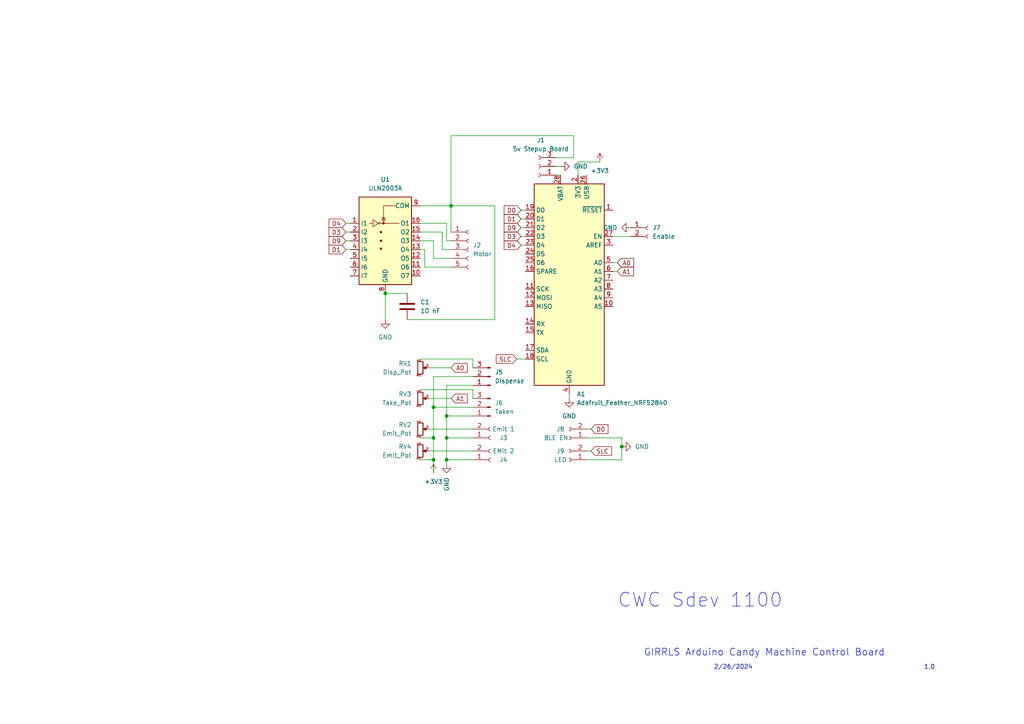
<source format=kicad_sch>
(kicad_sch (version 20230121) (generator eeschema)
  (paper "A4")
  (lib_symbols
    (symbol "Connector:Conn_01x02_Socket" (pin_names (offset 1.016) hide)
      (property "Reference" "J" (at 0 2.54 0))
      (property "Value" "Conn_01x02_Socket" (at 0 -5.08 0))
      (symbol "Conn_01x02_Socket_1_1"
        (arc (start 0 -2.032) (mid -0.5058 -2.54) (end 0 -3.048) (stroke (width 0.1524)))
        (polyline (pts (xy -1.27 -2.54) (xy -0.508 -2.54)) (stroke (width 0.1524)))
        (polyline (pts (xy -1.27 0) (xy -0.508 0)) (stroke (width 0.1524)))
        (arc (start 0 0.508) (mid -0.5058 0) (end 0 -0.508) (stroke (width 0.1524)))
        (pin passive line (at -5.08 0 0) (length 3.81) (name "Pin_1") (number "1"))
        (pin passive line (at -5.08 -2.54 0) (length 3.81) (name "Pin_2") (number "2"))
      )
    )
    (symbol "Connector:Conn_01x03_Pin" (pin_names (offset 1.016) hide)
      (property "Reference" "J" (at 0 5.08 0))
      (property "Value" "Conn_01x03_Pin" (at 0 -5.08 0))
      (symbol "Conn_01x03_Pin_1_1"
        (polyline (pts (xy 1.27 -2.54) (xy 0.8636 -2.54)) (stroke (width 0.1524)))
        (polyline (pts (xy 1.27 0) (xy 0.8636 0)) (stroke (width 0.1524)))
        (polyline (pts (xy 1.27 2.54) (xy 0.8636 2.54)) (stroke (width 0.1524)))
        (rectangle (start 0.8636 -2.413) (end 0 -2.667) (stroke (width 0.1524)) (fill (type outline)))
        (rectangle (start 0.8636 0.127) (end 0 -0.127) (stroke (width 0.1524)) (fill (type outline)))
        (rectangle (start 0.8636 2.667) (end 0 2.413) (stroke (width 0.1524)) (fill (type outline)))
        (pin passive line (at 5.08 2.54 180) (length 3.81) (name "Pin_1") (number "1"))
        (pin passive line (at 5.08 0 180) (length 3.81) (name "Pin_2") (number "2"))
        (pin passive line (at 5.08 -2.54 180) (length 3.81) (name "Pin_3") (number "3"))
      )
    )
    (symbol "Connector:Conn_01x03_Socket" (pin_names (offset 1.016) hide)
      (property "Reference" "J" (at 0 5.08 0))
      (property "Value" "Conn_01x03_Socket" (at 0 -5.08 0))
      (symbol "Conn_01x03_Socket_1_1"
        (arc (start 0 -2.032) (mid -0.5058 -2.54) (end 0 -3.048) (stroke (width 0.1524)))
        (polyline (pts (xy -1.27 -2.54) (xy -0.508 -2.54)) (stroke (width 0.1524)))
        (polyline (pts (xy -1.27 0) (xy -0.508 0)) (stroke (width 0.1524)))
        (polyline (pts (xy -1.27 2.54) (xy -0.508 2.54)) (stroke (width 0.1524)))
        (arc (start 0 0.508) (mid -0.5058 0) (end 0 -0.508) (stroke (width 0.1524)))
        (arc (start 0 3.048) (mid -0.5058 2.54) (end 0 2.032) (stroke (width 0.1524)))
        (pin passive line (at -5.08 2.54 0) (length 3.81) (name "Pin_1") (number "1"))
        (pin passive line (at -5.08 0 0) (length 3.81) (name "Pin_2") (number "2"))
        (pin passive line (at -5.08 -2.54 0) (length 3.81) (name "Pin_3") (number "3"))
      )
    )
    (symbol "Connector:Conn_01x05_Socket" (pin_names (offset 1.016) hide)
      (property "Reference" "J" (at 0 7.62 0))
      (property "Value" "Conn_01x05_Socket" (at 0 -7.62 0))
      (symbol "Conn_01x05_Socket_1_1"
        (arc (start 0 -4.572) (mid -0.5058 -5.08) (end 0 -5.588) (stroke (width 0.1524)))
        (arc (start 0 -2.032) (mid -0.5058 -2.54) (end 0 -3.048) (stroke (width 0.1524)))
        (polyline (pts (xy -1.27 -5.08) (xy -0.508 -5.08)) (stroke (width 0.1524)))
        (polyline (pts (xy -1.27 -2.54) (xy -0.508 -2.54)) (stroke (width 0.1524)))
        (polyline (pts (xy -1.27 0) (xy -0.508 0)) (stroke (width 0.1524)))
        (polyline (pts (xy -1.27 2.54) (xy -0.508 2.54)) (stroke (width 0.1524)))
        (polyline (pts (xy -1.27 5.08) (xy -0.508 5.08)) (stroke (width 0.1524)))
        (arc (start 0 0.508) (mid -0.5058 0) (end 0 -0.508) (stroke (width 0.1524)))
        (arc (start 0 3.048) (mid -0.5058 2.54) (end 0 2.032) (stroke (width 0.1524)))
        (arc (start 0 5.588) (mid -0.5058 5.08) (end 0 4.572) (stroke (width 0.1524)))
        (pin passive line (at -5.08 5.08 0) (length 3.81) (name "Pin_1") (number "1"))
        (pin passive line (at -5.08 2.54 0) (length 3.81) (name "Pin_2") (number "2"))
        (pin passive line (at -5.08 0 0) (length 3.81) (name "Pin_3") (number "3"))
        (pin passive line (at -5.08 -2.54 0) (length 3.81) (name "Pin_4") (number "4"))
        (pin passive line (at -5.08 -5.08 0) (length 3.81) (name "Pin_5") (number "5"))
      )
    )
    (symbol "Device:C" (pin_numbers hide) (pin_names (offset 0.254))
      (property "Reference" "C" (at 0.635 2.54 0))
      (property "Value" "C" (at 0.635 -2.54 0))
      (symbol "C_0_1"
        (polyline (pts (xy -2.032 -0.762) (xy 2.032 -0.762)) (stroke (width 0.508)))
        (polyline (pts (xy -2.032 0.762) (xy 2.032 0.762)) (stroke (width 0.508)))
      )
      (symbol "C_1_1"
        (pin passive line (at 0 3.81 270) (length 2.794) (name "~") (number "1"))
        (pin passive line (at 0 -3.81 90) (length 2.794) (name "~") (number "2"))
      )
    )
    (symbol "Device:R_Potentiometer_Small" (pin_names (offset 1.016) hide)
      (property "Reference" "RV" (at -4.445 0 90))
      (property "Value" "R_Potentiometer_Small" (at -2.54 0 90))
      (symbol "R_Potentiometer_Small_0_1"
        (polyline (pts (xy 0.889 0) (xy 0.635 0) (xy 1.651 0.381) (xy 1.651 -0.381) (xy 0.635 0) (xy 0.889 0)) (fill (type outline)))
        (rectangle (start 0.762 1.8034) (end -0.762 -1.8034) (stroke (width 0.254)))
      )
      (symbol "R_Potentiometer_Small_1_1"
        (pin passive line (at 0 2.54 270) (length 0.635) (name "1") (number "1"))
        (pin passive line (at 2.54 0 180) (length 0.9906) (name "2") (number "2"))
        (pin passive line (at 0 -2.54 90) (length 0.635) (name "3") (number "3"))
      )
    )
    (symbol "MCU_Module:Adafruit_Feather_Generic"
      (property "Reference" "A" (at -10.16 29.21 0))
      (property "Value" "Adafruit_Feather_Generic" (at 2.54 -31.75 0))
      (symbol "Adafruit_Feather_Generic_0_1"
        (rectangle (start -10.16 27.94) (end 10.16 -30.48) (stroke (width 0.254)) (fill (type background)))
      )
      (symbol "Adafruit_Feather_Generic_1_1"
        (pin input line (at 12.7 20.32 180) (length 2.54) (name "~{RESET}") (number "1"))
        (pin bidirectional line (at 12.7 -7.62 180) (length 2.54) (name "A5") (number "10"))
        (pin bidirectional line (at -12.7 -2.54 0) (length 2.54) (name "SCK") (number "11"))
        (pin bidirectional line (at -12.7 -5.08 0) (length 2.54) (name "MOSI") (number "12"))
        (pin bidirectional line (at -12.7 -7.62 0) (length 2.54) (name "MISO") (number "13"))
        (pin bidirectional line (at -12.7 -12.7 0) (length 2.54) (name "RX") (number "14"))
        (pin bidirectional line (at -12.7 -15.24 0) (length 2.54) (name "TX") (number "15"))
        (pin bidirectional line (at -12.7 2.54 0) (length 2.54) (name "SPARE") (number "16"))
        (pin bidirectional line (at -12.7 -20.32 0) (length 2.54) (name "SDA") (number "17"))
        (pin bidirectional line (at -12.7 -22.86 0) (length 2.54) (name "SCL") (number "18"))
        (pin bidirectional line (at -12.7 20.32 0) (length 2.54) (name "D0") (number "19"))
        (pin power_in line (at 2.54 30.48 270) (length 2.54) (name "3V3") (number "2"))
        (pin bidirectional line (at -12.7 17.78 0) (length 2.54) (name "D1") (number "20"))
        (pin bidirectional line (at -12.7 15.24 0) (length 2.54) (name "D2") (number "21"))
        (pin bidirectional line (at -12.7 12.7 0) (length 2.54) (name "D3") (number "22"))
        (pin bidirectional line (at -12.7 10.16 0) (length 2.54) (name "D4") (number "23"))
        (pin bidirectional line (at -12.7 7.62 0) (length 2.54) (name "D5") (number "24"))
        (pin bidirectional line (at -12.7 5.08 0) (length 2.54) (name "D6") (number "25"))
        (pin power_in line (at 5.08 30.48 270) (length 2.54) (name "USB") (number "26"))
        (pin input line (at 12.7 12.7 180) (length 2.54) (name "EN") (number "27"))
        (pin power_in line (at -2.54 30.48 270) (length 2.54) (name "VBAT") (number "28"))
        (pin input line (at 12.7 10.16 180) (length 2.54) (name "AREF") (number "3"))
        (pin power_in line (at 0 -33.02 90) (length 2.54) (name "GND") (number "4"))
        (pin bidirectional line (at 12.7 5.08 180) (length 2.54) (name "A0") (number "5"))
        (pin bidirectional line (at 12.7 2.54 180) (length 2.54) (name "A1") (number "6"))
        (pin bidirectional line (at 12.7 0 180) (length 2.54) (name "A2") (number "7"))
        (pin bidirectional line (at 12.7 -2.54 180) (length 2.54) (name "A3") (number "8"))
        (pin bidirectional line (at 12.7 -5.08 180) (length 2.54) (name "A4") (number "9"))
      )
    )
    (symbol "Transistor_Array:ULN2003A"
      (property "Reference" "U" (at 0 15.875 0))
      (property "Value" "ULN2003A" (at 0 13.97 0))
      (symbol "ULN2003A_0_1"
        (rectangle (start -7.62 -12.7) (end 7.62 12.7) (stroke (width 0.254)) (fill (type background)))
        (circle (center -1.778 5.08) (radius 0.254))
        (circle (center -1.27 -2.286) (radius 0.254) (fill (type outline)))
        (circle (center -1.27 0) (radius 0.254) (fill (type outline)))
        (circle (center -1.27 2.54) (radius 0.254) (fill (type outline)))
        (circle (center -0.508 5.08) (radius 0.254) (fill (type outline)))
        (polyline (pts (xy -4.572 5.08) (xy -3.556 5.08)))
        (polyline (pts (xy -1.524 5.08) (xy 4.064 5.08)))
        (polyline (pts (xy 0 6.731) (xy -1.016 6.731)))
        (polyline (pts (xy -0.508 5.08) (xy -0.508 10.16) (xy 2.921 10.16)))
        (polyline (pts (xy -3.556 6.096) (xy -3.556 4.064) (xy -2.032 5.08) (xy -3.556 6.096)))
        (polyline (pts (xy 0 5.969) (xy -1.016 5.969) (xy -0.508 6.731) (xy 0 5.969)))
      )
      (symbol "ULN2003A_1_1"
        (pin input line (at -10.16 5.08 0) (length 2.54) (name "I1") (number "1"))
        (pin open_collector line (at 10.16 -10.16 180) (length 2.54) (name "O7") (number "10"))
        (pin open_collector line (at 10.16 -7.62 180) (length 2.54) (name "O6") (number "11"))
        (pin open_collector line (at 10.16 -5.08 180) (length 2.54) (name "O5") (number "12"))
        (pin open_collector line (at 10.16 -2.54 180) (length 2.54) (name "O4") (number "13"))
        (pin open_collector line (at 10.16 0 180) (length 2.54) (name "O3") (number "14"))
        (pin open_collector line (at 10.16 2.54 180) (length 2.54) (name "O2") (number "15"))
        (pin open_collector line (at 10.16 5.08 180) (length 2.54) (name "O1") (number "16"))
        (pin input line (at -10.16 2.54 0) (length 2.54) (name "I2") (number "2"))
        (pin input line (at -10.16 0 0) (length 2.54) (name "I3") (number "3"))
        (pin input line (at -10.16 -2.54 0) (length 2.54) (name "I4") (number "4"))
        (pin input line (at -10.16 -5.08 0) (length 2.54) (name "I5") (number "5"))
        (pin input line (at -10.16 -7.62 0) (length 2.54) (name "I6") (number "6"))
        (pin input line (at -10.16 -10.16 0) (length 2.54) (name "I7") (number "7"))
        (pin power_in line (at 0 -15.24 90) (length 2.54) (name "GND") (number "8"))
        (pin passive line (at 10.16 10.16 180) (length 2.54) (name "COM") (number "9"))
      )
    )
    (symbol "power:+3V3" (power) (pin_names (offset 0))
      (property "Value" "+3V3" (at 0 3.556 0))
      (symbol "+3V3_0_1"
        (polyline (pts (xy -0.762 1.27) (xy 0 2.54)))
        (polyline (pts (xy 0 0) (xy 0 2.54)))
        (polyline (pts (xy 0 2.54) (xy 0.762 1.27)))
      )
      (symbol "+3V3_1_1"
        (pin power_in line (at 0 0 90) (length 0) hide (name "+3V3") (number "1"))
      )
    )
    (symbol "power:GND" (power) (pin_names (offset 0))
      (property "Value" "GND" (at 0 -3.81 0))
      (symbol "GND_0_1"
        (polyline (pts (xy 0 0) (xy 0 -1.27) (xy 1.27 -1.27) (xy 0 -2.54) (xy -1.27 -1.27) (xy 0 -1.27)))
      )
      (symbol "GND_1_1"
        (pin power_in line (at 0 0 270) (length 0) hide (name "GND") (number "1"))
      )
    )
  )
  (junction (at 129.54 120.65))
  (junction (at 125.73 118.11))
  (junction (at 111.76 85.09))
  (junction (at 125.73 127))
  (junction (at 180.34 129.54))
  (junction (at 130.81 59.69))
  (junction (at 125.73 133.35))
  (junction (at 129.54 133.35))
  (junction (at 129.54 127))
  (wire (pts (xy 130.81 59.69) (xy 121.92 59.69)))
  (wire (pts (xy 121.92 69.85) (xy 125.73 69.85)))
  (wire (pts (xy 170.18 130.81) (xy 171.45 130.81)))
  (wire (pts (xy 125.73 118.11) (xy 125.73 127)))
  (wire (pts (xy 181.61 66.04) (xy 182.88 66.04)))
  (wire (pts (xy 125.73 74.93) (xy 130.81 74.93)))
  (wire (pts (xy 125.73 69.85) (xy 125.73 74.93)))
  (wire (pts (xy 180.34 129.54) (xy 180.34 133.35)))
  (wire (pts (xy 180.34 127) (xy 180.34 129.54)))
  (wire (pts (xy 173.99 46.99) (xy 167.64 46.99)))
  (wire (pts (xy 137.16 109.22) (xy 125.73 109.22)))
  (wire (pts (xy 121.92 67.31) (xy 128.27 67.31)))
  (wire (pts (xy 121.92 72.39) (xy 123.19 72.39)))
  (wire (pts (xy 121.92 127) (xy 125.73 127)))
  (wire (pts (xy 129.54 111.76) (xy 129.54 120.65)))
  (wire (pts (xy 170.18 133.35) (xy 180.34 133.35)))
  (wire (pts (xy 151.13 60.96) (xy 152.4 60.96)))
  (wire (pts (xy 121.92 133.35) (xy 125.73 133.35)))
  (wire (pts (xy 166.37 39.37) (xy 130.81 39.37)))
  (wire (pts (xy 128.27 67.31) (xy 128.27 72.39)))
  (wire (pts (xy 177.8 68.58) (xy 182.88 68.58)))
  (wire (pts (xy 149.86 104.14) (xy 152.4 104.14)))
  (wire (pts (xy 125.73 133.35) (xy 125.73 137.16)))
  (wire (pts (xy 130.81 69.85) (xy 129.54 69.85)))
  (wire (pts (xy 177.8 76.2) (xy 179.07 76.2)))
  (wire (pts (xy 111.76 85.09) (xy 118.11 85.09)))
  (wire (pts (xy 100.33 67.31) (xy 101.6 67.31)))
  (wire (pts (xy 121.92 104.14) (xy 137.16 104.14)))
  (wire (pts (xy 124.46 115.57) (xy 130.81 115.57)))
  (wire (pts (xy 124.46 130.81) (xy 137.16 130.81)))
  (wire (pts (xy 128.27 72.39) (xy 130.81 72.39)))
  (wire (pts (xy 129.54 133.35) (xy 137.16 133.35)))
  (wire (pts (xy 137.16 113.03) (xy 121.92 113.03)))
  (wire (pts (xy 100.33 69.85) (xy 101.6 69.85)))
  (wire (pts (xy 161.29 50.8) (xy 162.56 50.8)))
  (wire (pts (xy 129.54 64.77) (xy 121.92 64.77)))
  (wire (pts (xy 151.13 66.04) (xy 152.4 66.04)))
  (wire (pts (xy 129.54 127) (xy 137.16 127)))
  (wire (pts (xy 125.73 109.22) (xy 125.73 118.11)))
  (wire (pts (xy 123.19 72.39) (xy 123.19 77.47)))
  (wire (pts (xy 129.54 69.85) (xy 129.54 64.77)))
  (wire (pts (xy 177.8 78.74) (xy 179.07 78.74)))
  (wire (pts (xy 137.16 111.76) (xy 129.54 111.76)))
  (wire (pts (xy 143.51 59.69) (xy 143.51 92.71)))
  (wire (pts (xy 100.33 64.77) (xy 101.6 64.77)))
  (wire (pts (xy 170.18 124.46) (xy 171.45 124.46)))
  (wire (pts (xy 100.33 72.39) (xy 101.6 72.39)))
  (wire (pts (xy 129.54 120.65) (xy 129.54 127)))
  (wire (pts (xy 124.46 124.46) (xy 137.16 124.46)))
  (wire (pts (xy 151.13 71.12) (xy 152.4 71.12)))
  (wire (pts (xy 129.54 127) (xy 129.54 133.35)))
  (wire (pts (xy 125.73 127) (xy 125.73 133.35)))
  (wire (pts (xy 151.13 68.58) (xy 152.4 68.58)))
  (wire (pts (xy 151.13 63.5) (xy 152.4 63.5)))
  (wire (pts (xy 161.29 45.72) (xy 166.37 45.72)))
  (wire (pts (xy 167.64 46.99) (xy 167.64 50.8)))
  (wire (pts (xy 129.54 133.35) (xy 129.54 134.62)))
  (wire (pts (xy 124.46 106.68) (xy 130.81 106.68)))
  (wire (pts (xy 170.18 127) (xy 180.34 127)))
  (wire (pts (xy 130.81 39.37) (xy 130.81 59.69)))
  (wire (pts (xy 123.19 77.47) (xy 130.81 77.47)))
  (wire (pts (xy 111.76 85.09) (xy 111.76 92.71)))
  (wire (pts (xy 125.73 118.11) (xy 137.16 118.11)))
  (wire (pts (xy 137.16 120.65) (xy 129.54 120.65)))
  (wire (pts (xy 130.81 59.69) (xy 143.51 59.69)))
  (wire (pts (xy 137.16 104.14) (xy 137.16 106.68)))
  (wire (pts (xy 130.81 59.69) (xy 130.81 67.31)))
  (wire (pts (xy 165.1 114.3) (xy 165.1 115.57)))
  (wire (pts (xy 161.29 48.26) (xy 162.56 48.26)))
  (wire (pts (xy 166.37 45.72) (xy 166.37 39.37)))
  (wire (pts (xy 143.51 92.71) (xy 118.11 92.71)))
  (wire (pts (xy 137.16 115.57) (xy 137.16 113.03)))
  (text "CWC Sdev 1100 " (at 179.07 176.53 0) (effects (font (size 4 4)) (justify left bottom)))
  (text "2/26/2024\n" (at 207.01 194.31 0) (effects (font (size 1.27 1.27)) (justify left bottom)))
  (text "GIRRLS Arduino Candy Machine Control Board " (at 186.69 190.5 0) (effects (font (size 2 2)) (justify left bottom)))
  (text "1.0\n" (at 267.97 194.31 0) (effects (font (size 1.27 1.27)) (justify left bottom)))
  (global_label "D0" (shape input) (at 171.45 124.46 0) (property "Intersheetrefs" "${INTERSHEET_REFS}" (effects hide)))
  (global_label "D9" (shape input) (at 100.33 69.85 180) (property "Intersheetrefs" "${INTERSHEET_REFS}" (effects hide)))
  (global_label "A0" (shape input) (at 130.81 106.68 0) (property "Intersheetrefs" "${INTERSHEET_REFS}" (effects hide)))
  (global_label "SLC" (shape input) (at 149.86 104.14 180) (property "Intersheetrefs" "${INTERSHEET_REFS}" (effects hide)))
  (global_label "D9" (shape input) (at 151.13 66.04 180) (property "Intersheetrefs" "${INTERSHEET_REFS}" (effects hide)))
  (global_label "D1" (shape input) (at 100.33 72.39 180) (property "Intersheetrefs" "${INTERSHEET_REFS}" (effects hide)))
  (global_label "D1" (shape input) (at 151.13 63.5 180) (property "Intersheetrefs" "${INTERSHEET_REFS}" (effects hide)))
  (global_label "D4" (shape input) (at 100.33 64.77 180) (property "Intersheetrefs" "${INTERSHEET_REFS}" (effects hide)))
  (global_label "A1" (shape input) (at 179.07 78.74 0) (property "Intersheetrefs" "${INTERSHEET_REFS}" (effects hide)))
  (global_label "A0" (shape input) (at 179.07 76.2 0) (property "Intersheetrefs" "${INTERSHEET_REFS}" (effects hide)))
  (global_label "D3" (shape input) (at 151.13 68.58 180) (property "Intersheetrefs" "${INTERSHEET_REFS}" (effects hide)))
  (global_label "SLC" (shape input) (at 171.45 130.81 0) (property "Intersheetrefs" "${INTERSHEET_REFS}" (effects hide)))
  (global_label "D3" (shape input) (at 100.33 67.31 180) (property "Intersheetrefs" "${INTERSHEET_REFS}" (effects hide)))
  (global_label "D4" (shape input) (at 151.13 71.12 180) (property "Intersheetrefs" "${INTERSHEET_REFS}" (effects hide)))
  (global_label "A1" (shape input) (at 130.81 115.57 0) (property "Intersheetrefs" "${INTERSHEET_REFS}" (effects hide)))
  (global_label "D0" (shape input) (at 151.13 60.96 180) (property "Intersheetrefs" "${INTERSHEET_REFS}" (effects hide)))
  (symbol (lib_id "Device:R_Potentiometer_Small") (at 121.92 106.68 0) (unit 1)
    (property "Reference" "RV1" (at 119.38 105.41 0) (effects (justify right)))
    (property "Value" "Disp_Pot" (at 119.38 107.95 0) (effects (justify right)))
    (property "Footprint" "Potentiometer_THT:Potentiometer_Bourns_3296W_Vertical" (effects hide))
  )
  (symbol (lib_id "power:GND") (at 182.88 66.04 270) (unit 1)
    (property "Reference" "#PWR05" (effects hide))
    (property "Value" "GND" (at 179.07 66.04 90) (effects (justify right)))
  )
  (symbol (lib_id "Device:R_Potentiometer_Small") (at 121.92 130.81 0) (unit 1)
    (property "Reference" "RV4" (at 119.38 129.54 0) (effects (justify right)))
    (property "Value" "Emit_Pot" (at 119.38 132.08 0) (effects (justify right)))
    (property "Footprint" "Potentiometer_THT:Potentiometer_Bourns_3296W_Vertical" (effects hide))
  )
  (symbol (lib_id "power:+3V3") (at 125.73 137.16 0) (unit 1)
    (property "Reference" "#PWR08" (effects hide))
    (property "Value" "+3V3" (at 125.73 139.7 0))
  )
  (symbol (lib_id "power:+3V3") (at 173.99 46.99 0) (unit 1)
    (property "Reference" "#PWR04" (effects hide))
    (property "Value" "+3V3" (at 173.99 49.53 0))
  )
  (symbol (lib_id "Connector:Conn_01x02_Socket") (at 165.1 133.35 180) (unit 1)
    (property "Reference" "J9" (at 162.56 130.81 0))
    (property "Value" "LED" (at 162.56 133.35 0))
    (property "Footprint" "Connector_PinHeader_2.54mm:PinHeader_1x02_P2.54mm_Vertical" (effects hide))
  )
  (symbol (lib_id "Connector:Conn_01x02_Socket") (at 187.96 66.04 0) (unit 1)
    (property "Reference" "J7" (at 189.23 66.04 0) (effects (justify left)))
    (property "Value" "Enable" (at 189.23 68.58 0) (effects (justify left)))
    (property "Footprint" "Connector_PinHeader_2.54mm:PinHeader_1x02_P2.54mm_Vertical" (effects hide))
  )
  (symbol (lib_id "Device:R_Potentiometer_Small") (at 121.92 124.46 0) (unit 1)
    (property "Reference" "RV2" (at 119.38 123.19 0) (effects (justify right)))
    (property "Value" "Emit_Pot" (at 119.38 125.73 0) (effects (justify right)))
    (property "Footprint" "Potentiometer_THT:Potentiometer_Bourns_3296W_Vertical" (effects hide))
  )
  (symbol (lib_id "power:GND") (at 162.56 48.26 90) (unit 1)
    (property "Reference" "#PWR03" (effects hide))
    (property "Value" "GND" (at 166.37 48.26 90) (effects (justify right)))
  )
  (symbol (lib_id "power:GND") (at 129.54 134.62 0) (unit 1)
    (property "Reference" "#PWR07" (effects hide))
    (property "Value" "GND" (at 129.54 138.43 90) (effects (justify right)))
  )
  (symbol (lib_id "power:GND") (at 165.1 115.57 0) (unit 1)
    (property "Reference" "#PWR06" (effects hide))
    (property "Value" "GND" (at 165.1 120.65 0))
  )
  (symbol (lib_id "Device:R_Potentiometer_Small") (at 121.92 115.57 0) (unit 1)
    (property "Reference" "RV3" (at 119.38 114.3 0) (effects (justify right)))
    (property "Value" "Take_Pot" (at 119.38 116.84 0) (effects (justify right)))
    (property "Footprint" "Potentiometer_THT:Potentiometer_Bourns_3296W_Vertical" (effects hide))
  )
  (symbol (lib_id "Connector:Conn_01x02_Socket") (at 142.24 133.35 0) (mirror x) (unit 1)
    (property "Reference" "J4" (at 146.05 133.35 0))
    (property "Value" "EMit 2" (at 146.05 130.81 0))
    (property "Footprint" "Connector_PinHeader_2.54mm:PinHeader_1x02_P2.54mm_Vertical" (effects hide))
  )
  (symbol (lib_id "MCU_Module:Adafruit_Feather_Generic") (at 165.1 81.28 0) (unit 1)
    (property "Reference" "A1" (at 167.2941 114.3 0) (effects (justify left)))
    (property "Value" "Adafruit_Feather_NRF52840" (at 167.2941 116.84 0) (effects (justify left)))
    (property "Footprint" "Module:Adafruit_Feather" (effects hide))
    (property "Datasheet" "https://cdn-learn.adafruit.com/downloads/pdf/adafruit-feather.pdf" (effects hide))
  )
  (symbol (lib_id "power:GND") (at 111.76 92.71 0) (unit 1)
    (property "Reference" "#PWR01" (effects hide))
    (property "Value" "GND" (at 111.76 97.79 0))
  )
  (symbol (lib_id "Connector:Conn_01x03_Socket") (at 156.21 48.26 180) (unit 1)
    (property "Reference" "J1" (at 156.845 40.64 0))
    (property "Value" "5v Stepup Board" (at 156.845 43.18 0))
    (property "Footprint" "Connector_PinHeader_2.54mm:PinHeader_1x03_P2.54mm_Vertical" (effects hide))
  )
  (symbol (lib_id "Connector:Conn_01x02_Socket") (at 142.24 127 0) (mirror x) (unit 1)
    (property "Reference" "J3" (at 146.05 127 0))
    (property "Value" "Emit 1" (at 146.05 124.46 0))
    (property "Footprint" "Connector_PinHeader_2.54mm:PinHeader_1x02_P2.54mm_Vertical" (effects hide))
  )
  (symbol (lib_id "Transistor_Array:ULN2003A") (at 111.76 69.85 0) (unit 1)
    (property "Reference" "U1" (at 111.76 52.07 0))
    (property "Value" "ULN2003A" (at 111.76 54.61 0))
    (property "Footprint" "Package_DIP:DIP-16_W7.62mm" (effects hide))
    (property "Datasheet" "http://www.ti.com/lit/ds/symlink/uln2003a.pdf" (effects hide))
  )
  (symbol (lib_id "Device:C") (at 118.11 88.9 180) (unit 1)
    (property "Reference" "C1" (at 121.92 87.63 0) (effects (justify right)))
    (property "Value" "10 nF" (at 121.92 90.17 0) (effects (justify right)))
    (property "Footprint" "Capacitor_THT:C_Disc_D3.0mm_W1.6mm_P2.50mm" (effects hide))
  )
  (symbol (lib_id "Connector:Conn_01x05_Socket") (at 135.89 72.39 0) (unit 1)
    (property "Reference" "J2" (at 137.16 71.12 0) (effects (justify left)))
    (property "Value" "Motor" (at 137.16 73.66 0) (effects (justify left)))
    (property "Footprint" "Connector_PinHeader_2.54mm:PinHeader_1x05_P2.54mm_Vertical" (effects hide))
  )
  (symbol (lib_id "Connector:Conn_01x02_Socket") (at 165.1 127 180) (unit 1)
    (property "Reference" "J8" (at 162.56 124.46 0))
    (property "Value" "BLE EN" (at 161.29 127 0))
    (property "Footprint" "Connector_PinHeader_2.54mm:PinHeader_1x02_P2.54mm_Vertical" (effects hide))
  )
  (symbol (lib_id "power:GND") (at 180.34 129.54 90) (unit 1)
    (property "Reference" "#PWR09" (effects hide))
    (property "Value" "GND" (at 184.15 129.54 90) (effects (justify right)))
  )
  (symbol (lib_id "Connector:Conn_01x03_Pin") (at 142.24 109.22 180) (unit 1)
    (property "Reference" "J5" (at 143.51 107.95 0) (effects (justify right)))
    (property "Value" "Dispense" (at 143.51 110.49 0) (effects (justify right)))
    (property "Footprint" "Connector_PinHeader_2.54mm:PinHeader_1x03_P2.54mm_Vertical" (effects hide))
  )
  (symbol (lib_id "Connector:Conn_01x03_Pin") (at 142.24 118.11 180) (unit 1)
    (property "Reference" "J6" (at 143.51 116.84 0) (effects (justify right)))
    (property "Value" "Taken" (at 143.51 119.38 0) (effects (justify right)))
    (property "Footprint" "Connector_PinHeader_2.54mm:PinHeader_1x03_P2.54mm_Vertical" (effects hide))
  )
)
</source>
